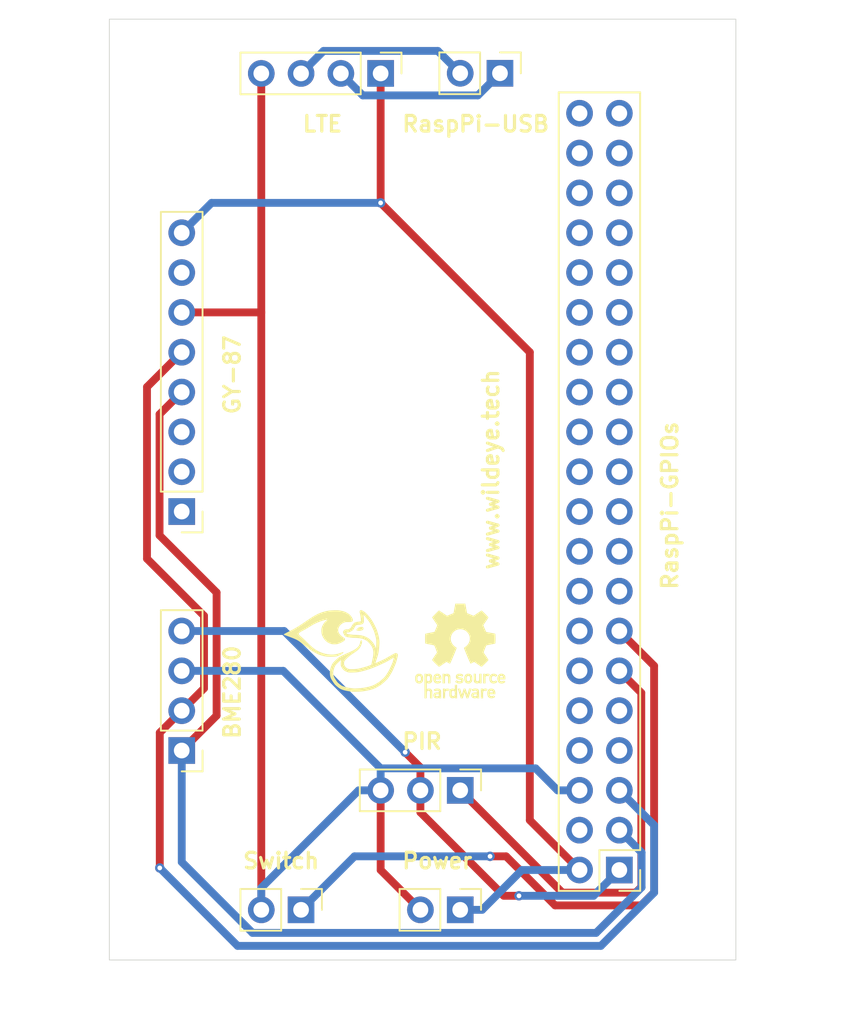
<source format=kicad_pcb>
(kicad_pcb (version 20240108) (generator "pcbnew") (generator_version "8.0")
  (title_block (comment 4 "AISLER Project ID: WDUNSUWR"))
  (layers (0 "F.Cu" signal) (31 "B.Cu" signal) (34 "B.Paste" user) (35 "F.Paste" user) (36 "B.SilkS" user "B.Silkscreen") (37 "F.SilkS" user "F.Silkscreen") (38 "B.Mask" user) (39 "F.Mask" user) (44 "Edge.Cuts" user))
  (net 0 "")
  (net 1 "/SCL")
  (net 2 "/3v3")
  (net 3 "/SDA")
  (net 4 "/GND")
  (net 5 "/DM")
  (net 6 "/DP")
  (net 7 "/G17")
  (net 8 "/G27")
  (net 9 "/5v")
  (footprint "Connector_PinHeader_2.54mm:PinHeader_1x03_P2.54mm_Vertical" (layer "F.Cu") (at 152.4 106.68 -90)
    (property "Reference" "PIR_Sensor1" (hide yes))
    (property "Value" "Conn_01x03")
    (pad "1" thru_hole rect (at 0 0 270) (size 1.7 1.7) (drill 1) (layers "*.Cu" "*.Mask") (net 7 "/G17"))
    (pad "2" thru_hole oval (at 0 2.54 270) (size 1.7 1.7) (drill 1) (layers "*.Cu" "*.Mask") (net 2 "/3v3"))
    (pad "3" thru_hole oval (at 0 5.08 270) (size 1.7 1.7) (drill 1) (layers "*.Cu" "*.Mask") (net 4 "/GND"))
  )
  (footprint "Connector_PinHeader_2.54mm:PinHeader_1x08_P2.54mm_Vertical" (layer "F.Cu") (at 134.62 88.9 180)
    (property "Reference" "GY-87_Sensor1" (hide yes))
    (property "Value" "Conn_01x08")
    (pad "1" thru_hole rect (at 0 0 180) (size 1.7 1.7) (drill 1) (layers "*.Cu" "*.Mask"))
    (pad "2" thru_hole oval (at 0 2.54 180) (size 1.7 1.7) (drill 1) (layers "*.Cu" "*.Mask"))
    (pad "3" thru_hole oval (at 0 5.08 180) (size 1.7 1.7) (drill 1) (layers "*.Cu" "*.Mask"))
    (pad "4" thru_hole oval (at 0 7.62 180) (size 1.7 1.7) (drill 1) (layers "*.Cu" "*.Mask") (net 3 "/SDA"))
    (pad "5" thru_hole oval (at 0 10.16 180) (size 1.7 1.7) (drill 1) (layers "*.Cu" "*.Mask") (net 1 "/SCL"))
    (pad "6" thru_hole oval (at 0 12.7 180) (size 1.7 1.7) (drill 1) (layers "*.Cu" "*.Mask") (net 4 "/GND"))
    (pad "7" thru_hole oval (at 0 15.24 180) (size 1.7 1.7) (drill 1) (layers "*.Cu" "*.Mask"))
    (pad "8" thru_hole oval (at 0 17.78 180) (size 1.7 1.7) (drill 1) (layers "*.Cu" "*.Mask") (net 9 "/5v"))
  )
  (footprint "MountingHole:MountingHole_2.2mm_M2" (layer "F.Cu") (at 132.5 60)
    (property "Reference" "REF1" (hide yes))
    (property "Value" "MountingHole_2.2mm_M2")
    (pad "" np_thru_hole circle (at 0 0) (size 2.2 2.2) (drill 2.2) (layers "*.Cu" "*.Mask"))
  )
  (footprint "Connector_PinHeader_2.54mm:PinHeader_1x04_P2.54mm_Vertical" (layer "F.Cu") (at 147.32 60.96 -90)
    (property "Reference" "LTE_Modem1" (hide yes))
    (property "Value" "Conn_01x04")
    (pad "1" thru_hole rect (at 0 0 270) (size 1.7 1.7) (drill 1) (layers "*.Cu" "*.Mask") (net 9 "/5v"))
    (pad "2" thru_hole oval (at 0 2.54 270) (size 1.7 1.7) (drill 1) (layers "*.Cu" "*.Mask") (net 6 "/DP"))
    (pad "3" thru_hole oval (at 0 5.08 270) (size 1.7 1.7) (drill 1) (layers "*.Cu" "*.Mask") (net 5 "/DM"))
    (pad "4" thru_hole oval (at 0 7.62 270) (size 1.7 1.7) (drill 1) (layers "*.Cu" "*.Mask") (net 4 "/GND"))
  )
  (footprint "Connector_PinHeader_2.54mm:PinHeader_1x02_P2.54mm_Vertical" (layer "F.Cu") (at 142.24 114.3 -90)
    (property "Reference" "Switch_Module1" (hide yes))
    (property "Value" "Conn_01x02")
    (pad "1" thru_hole rect (at 0 0 270) (size 1.7 1.7) (drill 1) (layers "*.Cu" "*.Mask") (net 8 "/G27"))
    (pad "2" thru_hole oval (at 0 2.54 270) (size 1.7 1.7) (drill 1) (layers "*.Cu" "*.Mask") (net 4 "/GND"))
  )
  (footprint "MountingHole:MountingHole_2.2mm_M2" (layer "F.Cu") (at 167.5 115)
    (property "Reference" "REF3" (hide yes))
    (property "Value" "MountingHole_2.2mm_M2")
    (pad "" np_thru_hole circle (at 0 0) (size 2.2 2.2) (drill 2.2) (layers "*.Cu" "*.Mask"))
  )
  (footprint "LOGO" (layer "F.Cu") (at 144.78 97.79)
    (property "Reference" "G***" (hide yes))
    (property "Value" "LOGO" (hide yes))
  )
  (footprint "Connector_PinHeader_2.54mm:PinHeader_1x04_P2.54mm_Vertical" (layer "F.Cu") (at 134.62 104.14 180)
    (property "Reference" "BME280_Sensor1" (hide yes))
    (property "Value" "Conn_01x04")
    (pad "1" thru_hole rect (at 0 0 180) (size 1.7 1.7) (drill 1) (layers "*.Cu" "*.Mask") (net 3 "/SDA"))
    (pad "2" thru_hole oval (at 0 2.54 180) (size 1.7 1.7) (drill 1) (layers "*.Cu" "*.Mask") (net 1 "/SCL"))
    (pad "3" thru_hole oval (at 0 5.08 180) (size 1.7 1.7) (drill 1) (layers "*.Cu" "*.Mask") (net 4 "/GND"))
    (pad "4" thru_hole oval (at 0 7.62 180) (size 1.7 1.7) (drill 1) (layers "*.Cu" "*.Mask") (net 2 "/3v3"))
  )
  (footprint "MountingHole:MountingHole_2.2mm_M2" (layer "F.Cu") (at 132.5 115)
    (property "Reference" "REF4" (hide yes))
    (property "Value" "MountingHole_2.2mm_M2")
    (pad "" np_thru_hole circle (at 0 0) (size 2.2 2.2) (drill 2.2) (layers "*.Cu" "*.Mask"))
  )
  (footprint "Connector_PinHeader_2.54mm:PinHeader_1x02_P2.54mm_Vertical" (layer "F.Cu") (at 154.94 60.95 -90)
    (property "Reference" "RaspberryPi_USB1" (hide yes))
    (property "Value" "Conn_01x02")
    (pad "1" thru_hole rect (at 0 0 270) (size 1.7 1.7) (drill 1) (layers "*.Cu" "*.Mask") (net 6 "/DP"))
    (pad "2" thru_hole oval (at 0 2.54 270) (size 1.7 1.7) (drill 1) (layers "*.Cu" "*.Mask") (net 5 "/DM"))
  )
  (footprint "Connector_PinHeader_2.54mm:PinHeader_2x20_P2.54mm_Vertical" (layer "F.Cu") (at 162.56 111.76 180)
    (property "Reference" "RaspberryPi_GPIOs1" (hide yes))
    (property "Value" "Conn_02x20_Odd_Even")
    (pad "1" thru_hole rect (at 0 0 180) (size 1.7 1.7) (drill 1) (layers "*.Cu" "*.Mask") (net 2 "/3v3"))
    (pad "2" thru_hole oval (at 2.54 0 180) (size 1.7 1.7) (drill 1) (layers "*.Cu" "*.Mask") (net 9 "/5v"))
    (pad "3" thru_hole oval (at 0 2.54 180) (size 1.7 1.7) (drill 1) (layers "*.Cu" "*.Mask") (net 3 "/SDA"))
    (pad "4" thru_hole oval (at 2.54 2.54 180) (size 1.7 1.7) (drill 1) (layers "*.Cu" "*.Mask"))
    (pad "5" thru_hole oval (at 0 5.08 180) (size 1.7 1.7) (drill 1) (layers "*.Cu" "*.Mask") (net 1 "/SCL"))
    (pad "6" thru_hole oval (at 2.54 5.08 180) (size 1.7 1.7) (drill 1) (layers "*.Cu" "*.Mask") (net 4 "/GND"))
    (pad "7" thru_hole oval (at 0 7.62 180) (size 1.7 1.7) (drill 1) (layers "*.Cu" "*.Mask"))
    (pad "8" thru_hole oval (at 2.54 7.62 180) (size 1.7 1.7) (drill 1) (layers "*.Cu" "*.Mask"))
    (pad "9" thru_hole oval (at 0 10.16 180) (size 1.7 1.7) (drill 1) (layers "*.Cu" "*.Mask"))
    (pad "10" thru_hole oval (at 2.54 10.16 180) (size 1.7 1.7) (drill 1) (layers "*.Cu" "*.Mask"))
    (pad "11" thru_hole oval (at 0 12.7 180) (size 1.7 1.7) (drill 1) (layers "*.Cu" "*.Mask") (net 7 "/G17"))
    (pad "12" thru_hole oval (at 2.54 12.7 180) (size 1.7 1.7) (drill 1) (layers "*.Cu" "*.Mask"))
    (pad "13" thru_hole oval (at 0 15.24 180) (size 1.7 1.7) (drill 1) (layers "*.Cu" "*.Mask") (net 8 "/G27"))
    (pad "14" thru_hole oval (at 2.54 15.24 180) (size 1.7 1.7) (drill 1) (layers "*.Cu" "*.Mask"))
    (pad "15" thru_hole oval (at 0 17.78 180) (size 1.7 1.7) (drill 1) (layers "*.Cu" "*.Mask"))
    (pad "16" thru_hole oval (at 2.54 17.78 180) (size 1.7 1.7) (drill 1) (layers "*.Cu" "*.Mask"))
    (pad "17" thru_hole oval (at 0 20.32 180) (size 1.7 1.7) (drill 1) (layers "*.Cu" "*.Mask"))
    (pad "18" thru_hole oval (at 2.54 20.32 180) (size 1.7 1.7) (drill 1) (layers "*.Cu" "*.Mask"))
    (pad "19" thru_hole oval (at 0 22.86 180) (size 1.7 1.7) (drill 1) (layers "*.Cu" "*.Mask"))
    (pad "20" thru_hole oval (at 2.54 22.86 180) (size 1.7 1.7) (drill 1) (layers "*.Cu" "*.Mask"))
    (pad "21" thru_hole oval (at 0 25.4 180) (size 1.7 1.7) (drill 1) (layers "*.Cu" "*.Mask"))
    (pad "22" thru_hole oval (at 2.54 25.4 180) (size 1.7 1.7) (drill 1) (layers "*.Cu" "*.Mask"))
    (pad "23" thru_hole oval (at 0 27.94 180) (size 1.7 1.7) (drill 1) (layers "*.Cu" "*.Mask"))
    (pad "24" thru_hole oval (at 2.54 27.94 180) (size 1.7 1.7) (drill 1) (layers "*.Cu" "*.Mask"))
    (pad "25" thru_hole oval (at 0 30.48 180) (size 1.7 1.7) (drill 1) (layers "*.Cu" "*.Mask"))
    (pad "26" thru_hole oval (at 2.54 30.48 180) (size 1.7 1.7) (drill 1) (layers "*.Cu" "*.Mask"))
    (pad "27" thru_hole oval (at 0 33.02 180) (size 1.7 1.7) (drill 1) (layers "*.Cu" "*.Mask"))
    (pad "28" thru_hole oval (at 2.54 33.02 180) (size 1.7 1.7) (drill 1) (layers "*.Cu" "*.Mask"))
    (pad "29" thru_hole oval (at 0 35.56 180) (size 1.7 1.7) (drill 1) (layers "*.Cu" "*.Mask"))
    (pad "30" thru_hole oval (at 2.54 35.56 180) (size 1.7 1.7) (drill 1) (layers "*.Cu" "*.Mask"))
    (pad "31" thru_hole oval (at 0 38.1 180) (size 1.7 1.7) (drill 1) (layers "*.Cu" "*.Mask"))
    (pad "32" thru_hole oval (at 2.54 38.1 180) (size 1.7 1.7) (drill 1) (layers "*.Cu" "*.Mask"))
    (pad "33" thru_hole oval (at 0 40.64 180) (size 1.7 1.7) (drill 1) (layers "*.Cu" "*.Mask"))
    (pad "34" thru_hole oval (at 2.54 40.64 180) (size 1.7 1.7) (drill 1) (layers "*.Cu" "*.Mask"))
    (pad "35" thru_hole oval (at 0 43.18 180) (size 1.7 1.7) (drill 1) (layers "*.Cu" "*.Mask"))
    (pad "36" thru_hole oval (at 2.54 43.18 180) (size 1.7 1.7) (drill 1) (layers "*.Cu" "*.Mask"))
    (pad "37" thru_hole oval (at 0 45.72 180) (size 1.7 1.7) (drill 1) (layers "*.Cu" "*.Mask"))
    (pad "38" thru_hole oval (at 2.54 45.72 180) (size 1.7 1.7) (drill 1) (layers "*.Cu" "*.Mask"))
    (pad "39" thru_hole oval (at 0 48.26 180) (size 1.7 1.7) (drill 1) (layers "*.Cu" "*.Mask"))
    (pad "40" thru_hole oval (at 2.54 48.26 180) (size 1.7 1.7) (drill 1) (layers "*.Cu" "*.Mask"))
  )
  (footprint "Connector_PinHeader_2.54mm:PinHeader_1x02_P2.54mm_Vertical" (layer "F.Cu") (at 152.4 114.3 -90)
    (property "Reference" "Powerbank_Power1" (hide yes))
    (property "Value" "Conn_01x02")
    (pad "1" thru_hole rect (at 0 0 270) (size 1.7 1.7) (drill 1) (layers "*.Cu" "*.Mask") (net 9 "/5v"))
    (pad "2" thru_hole oval (at 0 2.54 270) (size 1.7 1.7) (drill 1) (layers "*.Cu" "*.Mask") (net 4 "/GND"))
  )
  (footprint "MountingHole:MountingHole_2.2mm_M2" (layer "F.Cu") (at 167.5 60)
    (property "Reference" "REF2" (hide yes))
    (property "Value" "MountingHole_2.2mm_M2")
    (pad "" np_thru_hole circle (at 0 0) (size 2.2 2.2) (drill 2.2) (layers "*.Cu" "*.Mask"))
  )
  (footprint "Symbol:OSHW-Logo_5.7x6mm_SilkScreen" (layer "F.Cu") (at 152.4 97.79)
    (property "Reference" "REF**" (hide yes))
    (property "Value" "OSHW-Logo_5.7x6mm_SilkScreen" (hide yes))
  )
  (gr_rect (start 130 57.5) (end 170 117.5) (stroke (width 0.05)) (fill none) (layer "Edge.Cuts"))
  (gr_text "Switch\n" (at 138.43 111.76 0) (layer "F.SilkS") (effects (font (size 1 1) (thickness 0.2) (bold yes)) (justify left bottom)))
  (gr_text "BME280\n" (at 138.43 103.505 90) (layer "F.SilkS") (effects (font (size 1 1) (thickness 0.2) (bold yes)) (justify left bottom)))
  (gr_text "PIR\n" (at 148.59 104.14 0) (layer "F.SilkS") (effects (font (size 1 1) (thickness 0.2) (bold yes)) (justify left bottom)))
  (gr_text "GY-87" (at 138.43 82.804 90) (layer "F.SilkS") (effects (font (size 1 1) (thickness 0.2) (bold yes)) (justify left bottom)))
  (gr_text "Power\n" (at 148.59 111.76 0) (layer "F.SilkS") (effects (font (size 1 1) (thickness 0.2) (bold yes)) (justify left bottom)))
  (gr_text "www.wildeye.tech" (at 154.94 92.71 90) (layer "F.SilkS") (effects (font (size 1 1) (thickness 0.2) (bold yes)) (justify left bottom)))
  (gr_text "RaspPi-USB" (at 148.59 64.77 0) (layer "F.SilkS") (effects (font (size 1 1) (thickness 0.2) (bold yes)) (justify left bottom)))
  (gr_text "RaspPi-GPIOs" (at 166.37 93.98 90) (layer "F.SilkS") (effects (font (size 1 1) (thickness 0.2) (bold yes)) (justify left bottom)))
  (gr_text "LTE\n" (at 142.24 64.77 0) (layer "F.SilkS") (effects (font (size 1 1) (thickness 0.2) (bold yes)) (justify left bottom)))
  (segment (start 133.2183 111.6283) (end 133.2183 103.0017) (width 0.5) (layer "F.Cu") (net 1))
  (segment (start 134.62 78.74) (end 132.4033 80.9567) (width 0.5) (layer "F.Cu") (net 1))
  (segment (start 133.2183 103.0017) (end 134.62 101.6) (width 0.5) (layer "F.Cu") (net 1))
  (segment (start 132.4033 91.90835) (end 136.0447 95.54975) (width 0.5) (layer "F.Cu") (net 1))
  (segment (start 136.0447 100.1753) (end 134.62 101.6) (width 0.5) (layer "F.Cu") (net 1))
  (segment (start 132.4033 80.9567) (end 132.4033 91.90835) (width 0.5) (layer "F.Cu") (net 1))
  (segment (start 136.0447 95.54975) (end 136.0447 100.1753) (width 0.5) (layer "F.Cu") (net 1))
  (via (at 133.2183 111.6283) (size 0.6) (drill 0.3) (layers "F.Cu" "B.Cu") (net 1))
  (segment (start 164.7812 113.1985) (end 164.7812 108.9012) (width 0.5) (layer "B.Cu") (net 1))
  (segment (start 161.3805 116.5992) (end 164.7812 113.1985) (width 0.5) (layer "B.Cu") (net 1))
  (segment (start 164.7812 108.9012) (end 162.56 106.68) (width 0.5) (layer "B.Cu") (net 1))
  (segment (start 138.1892 116.5992) (end 161.3805 116.5992) (width 0.5) (layer "B.Cu") (net 1))
  (segment (start 133.2183 111.6283) (end 138.1892 116.5992) (width 0.5) (layer "B.Cu") (net 1))
  (segment (start 148.886 104.2481) (end 149.86 105.2221) (width 0.5) (layer "F.Cu") (net 2))
  (segment (start 134.62 96.45415) (end 134.62 96.52) (width 0.5) (layer "F.Cu") (net 2))
  (segment (start 155.1831 113.4048) (end 156.1522 113.4048) (width 0.5) (layer "F.Cu") (net 2))
  (segment (start 149.86 106.68) (end 149.86 108.0817) (width 0.5) (layer "F.Cu") (net 2))
  (segment (start 149.86 105.2221) (end 149.86 106.68) (width 0.5) (layer "F.Cu") (net 2))
  (segment (start 149.86 108.0817) (end 155.1831 113.4048) (width 0.5) (layer "F.Cu") (net 2))
  (via (at 156.1522 113.4048) (size 0.6) (drill 0.3) (layers "F.Cu" "B.Cu") (net 2))
  (via (at 148.886 104.2481) (size 0.6) (drill 0.3) (layers "F.Cu" "B.Cu") (net 2))
  (segment (start 134.62 96.52) (end 141.1579 96.52) (width 0.5) (layer "B.Cu") (net 2))
  (segment (start 141.1579 96.52) (end 148.886 104.2481) (width 0.5) (layer "B.Cu") (net 2))
  (segment (start 160.9152 113.4048) (end 156.1522 113.4048) (width 0.5) (layer "B.Cu") (net 2))
  (segment (start 162.56 111.76) (end 160.9152 113.4048) (width 0.5) (layer "B.Cu") (net 2))
  (segment (start 133.205 82.695) (end 134.62 81.28) (width 0.5) (layer "F.Cu") (net 3))
  (segment (start 136.8464 94.063025) (end 133.205 90.421625) (width 0.5) (layer "F.Cu") (net 3))
  (segment (start 134.62 104.14) (end 136.8464 101.9136) (width 0.5) (layer "F.Cu") (net 3))
  (segment (start 133.205 90.421625) (end 133.205 82.695) (width 0.5) (layer "F.Cu") (net 3))
  (segment (start 136.8464 101.9136) (end 136.8464 94.063025) (width 0.5) (layer "F.Cu") (net 3))
  (segment (start 139.1413 115.771) (end 161.0748 115.771) (width 0.5) (layer "B.Cu") (net 3))
  (segment (start 134.62 104.14) (end 134.62 111.2497) (width 0.5) (layer "B.Cu") (net 3))
  (segment (start 163.9795 112.8663) (end 163.9795 110.6395) (width 0.5) (layer "B.Cu") (net 3))
  (segment (start 134.62 111.2497) (end 139.1413 115.771) (width 0.5) (layer "B.Cu") (net 3))
  (segment (start 161.0748 115.771) (end 163.9795 112.8663) (width 0.5) (layer "B.Cu") (net 3))
  (segment (start 163.9795 110.6395) (end 162.56 109.22) (width 0.5) (layer "B.Cu") (net 3))
  (segment (start 134.62 76.2) (end 139.7 76.2) (width 0.5) (layer "F.Cu") (net 4))
  (segment (start 139.7 76.2) (end 139.7 114.3) (width 0.5) (layer "F.Cu") (net 4))
  (segment (start 147.32 111.76) (end 147.32 106.68) (width 0.5) (layer "F.Cu") (net 4))
  (segment (start 149.86 114.3) (end 147.32 111.76) (width 0.5) (layer "F.Cu") (net 4))
  (segment (start 139.7 60.96) (end 139.7 76.2) (width 0.5) (layer "F.Cu") (net 4))
  (segment (start 139.7 114.3) (end 139.7 112.8983) (width 0.5) (layer "B.Cu") (net 4))
  (segment (start 160.02 106.68) (end 158.6183 106.68) (width 0.5) (layer "B.Cu") (net 4))
  (segment (start 147.32 106.68) (end 145.9183 106.68) (width 0.5) (layer "B.Cu") (net 4))
  (segment (start 147.32 106.68) (end 147.32 105.2783) (width 0.5) (layer "B.Cu") (net 4))
  (segment (start 139.7 112.8983) (end 145.9183 106.68) (width 0.5) (layer "B.Cu") (net 4))
  (segment (start 157.2166 105.2783) (end 147.32 105.2783) (width 0.5) (layer "B.Cu") (net 4))
  (segment (start 158.6183 106.68) (end 157.2166 105.2783) (width 0.5) (layer "B.Cu") (net 4))
  (segment (start 141.1017 99.06) (end 147.32 105.2783) (width 0.5) (layer "B.Cu") (net 4))
  (segment (start 134.62 99.06) (end 141.1017 99.06) (width 0.5) (layer "B.Cu") (net 4))
  (segment (start 152.4 60.95) (end 150.9743 59.5243) (width 0.5) (layer "B.Cu") (net 5))
  (segment (start 150.9743 59.5243) (end 143.6757 59.5243) (width 0.5) (layer "B.Cu") (net 5))
  (segment (start 143.6757 59.5243) (end 142.24 60.96) (width 0.5) (layer "B.Cu") (net 5))
  (segment (start 146.1817 62.3617) (end 144.78 60.96) (width 0.5) (layer "B.Cu") (net 6))
  (segment (start 154.94 60.95) (end 153.5283 62.3617) (width 0.5) (layer "B.Cu") (net 6))
  (segment (start 153.5283 62.3617) (end 146.1817 62.3617) (width 0.5) (layer "B.Cu") (net 6))
  (segment (start 163.6019 113.2039) (end 158.9239 113.2039) (width 0.5) (layer "F.Cu") (net 7))
  (segment (start 163.9617 112.8441) (end 163.6019 113.2039) (width 0.5) (layer "F.Cu") (net 7))
  (segment (start 163.9617 100.4617) (end 163.9617 112.8441) (width 0.5) (layer "F.Cu") (net 7))
  (segment (start 162.56 99.06) (end 163.9617 100.4617) (width 0.5) (layer "F.Cu") (net 7))
  (segment (start 158.9239 113.2039) (end 152.4 106.68) (width 0.5) (layer "F.Cu") (net 7))
  (segment (start 158.4591 114.0171) (end 163.9472 114.0171) (width 0.5) (layer "F.Cu") (net 8))
  (segment (start 164.7794 98.7394) (end 162.56 96.52) (width 0.5) (layer "F.Cu") (net 8))
  (segment (start 154.305 110.8881) (end 155.3301 110.8881) (width 0.5) (layer "F.Cu") (net 8))
  (segment (start 155.3301 110.8881) (end 158.4591 114.0171) (width 0.5) (layer "F.Cu") (net 8))
  (segment (start 164.7794 113.1849) (end 164.7794 98.7394) (width 0.5) (layer "F.Cu") (net 8))
  (segment (start 163.9472 114.0171) (end 164.7794 113.1849) (width 0.5) (layer "F.Cu") (net 8))
  (via (at 154.305 110.8881) (size 0.6) (drill 0.3) (layers "F.Cu" "B.Cu") (net 8))
  (segment (start 145.6519 110.8881) (end 142.24 114.3) (width 0.5) (layer "B.Cu") (net 8))
  (segment (start 154.305 110.8881) (end 145.6519 110.8881) (width 0.5) (layer "B.Cu") (net 8))
  (segment (start 147.32 69.215) (end 156.845 78.74) (width 0.5) (layer "F.Cu") (net 9))
  (segment (start 147.32 69.215) (end 147.32 60.96) (width 0.5) (layer "F.Cu") (net 9))
  (segment (start 156.845 78.74) (end 156.845 108.585) (width 0.5) (layer "F.Cu") (net 9))
  (segment (start 156.845 108.585) (end 160.02 111.76) (width 0.5) (layer "F.Cu") (net 9))
  (via (at 147.32 69.215) (size 0.6) (drill 0.3) (layers "F.Cu" "B.Cu") (net 9))
  (segment (start 153.8017 114.3) (end 156.3417 111.76) (width 0.5) (layer "B.Cu") (net 9))
  (segment (start 147.32 69.215) (end 136.525 69.215) (width 0.5) (layer "B.Cu") (net 9))
  (segment (start 156.3417 111.76) (end 158.6183 111.76) (width 0.5) (layer "B.Cu") (net 9))
  (segment (start 152.4 114.3) (end 153.8017 114.3) (width 0.5) (layer "B.Cu") (net 9))
  (segment (start 160.02 111.76) (end 158.6183 111.76) (width 0.5) (layer "B.Cu") (net 9))
  (segment (start 136.525 69.215) (end 134.62 71.12) (width 0.5) (layer "B.Cu") (net 9))
)
</source>
